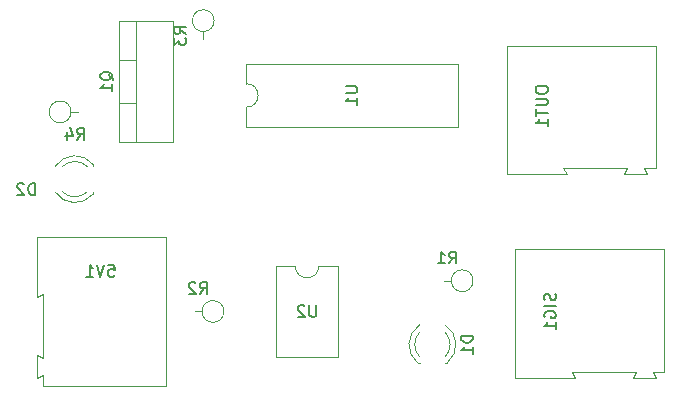
<source format=gbr>
%TF.GenerationSoftware,KiCad,Pcbnew,6.0.7+dfsg-1+b1*%
%TF.CreationDate,2022-12-02T21:53:12-05:00*%
%TF.ProjectId,control_and_power,636f6e74-726f-46c5-9f61-6e645f706f77,rev?*%
%TF.SameCoordinates,Original*%
%TF.FileFunction,Legend,Bot*%
%TF.FilePolarity,Positive*%
%FSLAX46Y46*%
G04 Gerber Fmt 4.6, Leading zero omitted, Abs format (unit mm)*
G04 Created by KiCad (PCBNEW 6.0.7+dfsg-1+b1) date 2022-12-02 21:53:12*
%MOMM*%
%LPD*%
G01*
G04 APERTURE LIST*
%ADD10C,0.150000*%
%ADD11C,0.120000*%
G04 APERTURE END LIST*
D10*
%TO.C,D2*%
X122963095Y-96852380D02*
X122963095Y-95852380D01*
X122725000Y-95852380D01*
X122582142Y-95900000D01*
X122486904Y-95995238D01*
X122439285Y-96090476D01*
X122391666Y-96280952D01*
X122391666Y-96423809D01*
X122439285Y-96614285D01*
X122486904Y-96709523D01*
X122582142Y-96804761D01*
X122725000Y-96852380D01*
X122963095Y-96852380D01*
X122010714Y-95947619D02*
X121963095Y-95900000D01*
X121867857Y-95852380D01*
X121629761Y-95852380D01*
X121534523Y-95900000D01*
X121486904Y-95947619D01*
X121439285Y-96042857D01*
X121439285Y-96138095D01*
X121486904Y-96280952D01*
X122058333Y-96852380D01*
X121439285Y-96852380D01*
%TO.C,Q1*%
X129577619Y-87144761D02*
X129530000Y-87049523D01*
X129434761Y-86954285D01*
X129291904Y-86811428D01*
X129244285Y-86716190D01*
X129244285Y-86620952D01*
X129482380Y-86668571D02*
X129434761Y-86573333D01*
X129339523Y-86478095D01*
X129149047Y-86430476D01*
X128815714Y-86430476D01*
X128625238Y-86478095D01*
X128530000Y-86573333D01*
X128482380Y-86668571D01*
X128482380Y-86859047D01*
X128530000Y-86954285D01*
X128625238Y-87049523D01*
X128815714Y-87097142D01*
X129149047Y-87097142D01*
X129339523Y-87049523D01*
X129434761Y-86954285D01*
X129482380Y-86859047D01*
X129482380Y-86668571D01*
X129482380Y-88049523D02*
X129482380Y-87478095D01*
X129482380Y-87763809D02*
X128482380Y-87763809D01*
X128625238Y-87668571D01*
X128720476Y-87573333D01*
X128768095Y-87478095D01*
%TO.C,U2*%
X146761904Y-106152380D02*
X146761904Y-106961904D01*
X146714285Y-107057142D01*
X146666666Y-107104761D01*
X146571428Y-107152380D01*
X146380952Y-107152380D01*
X146285714Y-107104761D01*
X146238095Y-107057142D01*
X146190476Y-106961904D01*
X146190476Y-106152380D01*
X145761904Y-106247619D02*
X145714285Y-106200000D01*
X145619047Y-106152380D01*
X145380952Y-106152380D01*
X145285714Y-106200000D01*
X145238095Y-106247619D01*
X145190476Y-106342857D01*
X145190476Y-106438095D01*
X145238095Y-106580952D01*
X145809523Y-107152380D01*
X145190476Y-107152380D01*
%TO.C,D1*%
X160012380Y-108766904D02*
X159012380Y-108766904D01*
X159012380Y-109005000D01*
X159060000Y-109147857D01*
X159155238Y-109243095D01*
X159250476Y-109290714D01*
X159440952Y-109338333D01*
X159583809Y-109338333D01*
X159774285Y-109290714D01*
X159869523Y-109243095D01*
X159964761Y-109147857D01*
X160012380Y-109005000D01*
X160012380Y-108766904D01*
X160012380Y-110290714D02*
X160012380Y-109719285D01*
X160012380Y-110005000D02*
X159012380Y-110005000D01*
X159155238Y-109909761D01*
X159250476Y-109814523D01*
X159298095Y-109719285D01*
%TO.C,R4*%
X126516666Y-92172380D02*
X126850000Y-91696190D01*
X127088095Y-92172380D02*
X127088095Y-91172380D01*
X126707142Y-91172380D01*
X126611904Y-91220000D01*
X126564285Y-91267619D01*
X126516666Y-91362857D01*
X126516666Y-91505714D01*
X126564285Y-91600952D01*
X126611904Y-91648571D01*
X126707142Y-91696190D01*
X127088095Y-91696190D01*
X125659523Y-91505714D02*
X125659523Y-92172380D01*
X125897619Y-91124761D02*
X126135714Y-91839047D01*
X125516666Y-91839047D01*
%TO.C,R2*%
X136916666Y-105232380D02*
X137250000Y-104756190D01*
X137488095Y-105232380D02*
X137488095Y-104232380D01*
X137107142Y-104232380D01*
X137011904Y-104280000D01*
X136964285Y-104327619D01*
X136916666Y-104422857D01*
X136916666Y-104565714D01*
X136964285Y-104660952D01*
X137011904Y-104708571D01*
X137107142Y-104756190D01*
X137488095Y-104756190D01*
X136535714Y-104327619D02*
X136488095Y-104280000D01*
X136392857Y-104232380D01*
X136154761Y-104232380D01*
X136059523Y-104280000D01*
X136011904Y-104327619D01*
X135964285Y-104422857D01*
X135964285Y-104518095D01*
X136011904Y-104660952D01*
X136583333Y-105232380D01*
X135964285Y-105232380D01*
%TO.C,R3*%
X135732380Y-83183333D02*
X135256190Y-82850000D01*
X135732380Y-82611904D02*
X134732380Y-82611904D01*
X134732380Y-82992857D01*
X134780000Y-83088095D01*
X134827619Y-83135714D01*
X134922857Y-83183333D01*
X135065714Y-83183333D01*
X135160952Y-83135714D01*
X135208571Y-83088095D01*
X135256190Y-82992857D01*
X135256190Y-82611904D01*
X134732380Y-83516666D02*
X134732380Y-84135714D01*
X135113333Y-83802380D01*
X135113333Y-83945238D01*
X135160952Y-84040476D01*
X135208571Y-84088095D01*
X135303809Y-84135714D01*
X135541904Y-84135714D01*
X135637142Y-84088095D01*
X135684761Y-84040476D01*
X135732380Y-83945238D01*
X135732380Y-83659523D01*
X135684761Y-83564285D01*
X135637142Y-83516666D01*
%TO.C,SIG1*%
X167004761Y-105200000D02*
X167052380Y-105342857D01*
X167052380Y-105580952D01*
X167004761Y-105676190D01*
X166957142Y-105723809D01*
X166861904Y-105771428D01*
X166766666Y-105771428D01*
X166671428Y-105723809D01*
X166623809Y-105676190D01*
X166576190Y-105580952D01*
X166528571Y-105390476D01*
X166480952Y-105295238D01*
X166433333Y-105247619D01*
X166338095Y-105200000D01*
X166242857Y-105200000D01*
X166147619Y-105247619D01*
X166100000Y-105295238D01*
X166052380Y-105390476D01*
X166052380Y-105628571D01*
X166100000Y-105771428D01*
X167052380Y-106200000D02*
X166052380Y-106200000D01*
X166100000Y-107200000D02*
X166052380Y-107104761D01*
X166052380Y-106961904D01*
X166100000Y-106819047D01*
X166195238Y-106723809D01*
X166290476Y-106676190D01*
X166480952Y-106628571D01*
X166623809Y-106628571D01*
X166814285Y-106676190D01*
X166909523Y-106723809D01*
X167004761Y-106819047D01*
X167052380Y-106961904D01*
X167052380Y-107057142D01*
X167004761Y-107200000D01*
X166957142Y-107247619D01*
X166623809Y-107247619D01*
X166623809Y-107057142D01*
X167052380Y-108200000D02*
X167052380Y-107628571D01*
X167052380Y-107914285D02*
X166052380Y-107914285D01*
X166195238Y-107819047D01*
X166290476Y-107723809D01*
X166338095Y-107628571D01*
%TO.C,OUT1*%
X165352380Y-87823809D02*
X165352380Y-88014285D01*
X165400000Y-88109523D01*
X165495238Y-88204761D01*
X165685714Y-88252380D01*
X166019047Y-88252380D01*
X166209523Y-88204761D01*
X166304761Y-88109523D01*
X166352380Y-88014285D01*
X166352380Y-87823809D01*
X166304761Y-87728571D01*
X166209523Y-87633333D01*
X166019047Y-87585714D01*
X165685714Y-87585714D01*
X165495238Y-87633333D01*
X165400000Y-87728571D01*
X165352380Y-87823809D01*
X165352380Y-88680952D02*
X166161904Y-88680952D01*
X166257142Y-88728571D01*
X166304761Y-88776190D01*
X166352380Y-88871428D01*
X166352380Y-89061904D01*
X166304761Y-89157142D01*
X166257142Y-89204761D01*
X166161904Y-89252380D01*
X165352380Y-89252380D01*
X165352380Y-89585714D02*
X165352380Y-90157142D01*
X166352380Y-89871428D02*
X165352380Y-89871428D01*
X166352380Y-91014285D02*
X166352380Y-90442857D01*
X166352380Y-90728571D02*
X165352380Y-90728571D01*
X165495238Y-90633333D01*
X165590476Y-90538095D01*
X165638095Y-90442857D01*
%TO.C,5V1*%
X129166666Y-102752380D02*
X129642857Y-102752380D01*
X129690476Y-103228571D01*
X129642857Y-103180952D01*
X129547619Y-103133333D01*
X129309523Y-103133333D01*
X129214285Y-103180952D01*
X129166666Y-103228571D01*
X129119047Y-103323809D01*
X129119047Y-103561904D01*
X129166666Y-103657142D01*
X129214285Y-103704761D01*
X129309523Y-103752380D01*
X129547619Y-103752380D01*
X129642857Y-103704761D01*
X129690476Y-103657142D01*
X128833333Y-102752380D02*
X128500000Y-103752380D01*
X128166666Y-102752380D01*
X127309523Y-103752380D02*
X127880952Y-103752380D01*
X127595238Y-103752380D02*
X127595238Y-102752380D01*
X127690476Y-102895238D01*
X127785714Y-102990476D01*
X127880952Y-103038095D01*
%TO.C,R1*%
X158016666Y-102632380D02*
X158350000Y-102156190D01*
X158588095Y-102632380D02*
X158588095Y-101632380D01*
X158207142Y-101632380D01*
X158111904Y-101680000D01*
X158064285Y-101727619D01*
X158016666Y-101822857D01*
X158016666Y-101965714D01*
X158064285Y-102060952D01*
X158111904Y-102108571D01*
X158207142Y-102156190D01*
X158588095Y-102156190D01*
X157064285Y-102632380D02*
X157635714Y-102632380D01*
X157350000Y-102632380D02*
X157350000Y-101632380D01*
X157445238Y-101775238D01*
X157540476Y-101870476D01*
X157635714Y-101918095D01*
%TO.C,U1*%
X149252380Y-87638095D02*
X150061904Y-87638095D01*
X150157142Y-87685714D01*
X150204761Y-87733333D01*
X150252380Y-87828571D01*
X150252380Y-88019047D01*
X150204761Y-88114285D01*
X150157142Y-88161904D01*
X150061904Y-88209523D01*
X149252380Y-88209523D01*
X150252380Y-89209523D02*
X150252380Y-88638095D01*
X150252380Y-88923809D02*
X149252380Y-88923809D01*
X149395238Y-88828571D01*
X149490476Y-88733333D01*
X149538095Y-88638095D01*
D11*
%TO.C,D2*%
X127890000Y-94264484D02*
G75*
G03*
X124657665Y-94421392I-1560000J-1235516D01*
G01*
X127370961Y-94420000D02*
G75*
G03*
X125288870Y-94420163I-1040961J-1080000D01*
G01*
X124657665Y-96578608D02*
G75*
G03*
X127890000Y-96735516I1672335J1078608D01*
G01*
X125288870Y-96579837D02*
G75*
G03*
X127370961Y-96580000I1041130J1079837D01*
G01*
X127890000Y-96580000D02*
X127890000Y-96736000D01*
X127890000Y-94264000D02*
X127890000Y-94420000D01*
%TO.C,Q1*%
X130030000Y-82120000D02*
X130030000Y-92360000D01*
X130030000Y-92360000D02*
X134671000Y-92360000D01*
X130030000Y-85390000D02*
X131540000Y-85390000D01*
X134671000Y-82120000D02*
X134671000Y-92360000D01*
X130030000Y-82120000D02*
X134671000Y-82120000D01*
X130030000Y-89091000D02*
X131540000Y-89091000D01*
X131540000Y-82120000D02*
X131540000Y-92360000D01*
%TO.C,U2*%
X144990000Y-102845000D02*
G75*
G03*
X146990000Y-102845000I1000000J0D01*
G01*
X143340000Y-102845000D02*
X144990000Y-102845000D01*
X146990000Y-102845000D02*
X148640000Y-102845000D01*
X143340000Y-110585000D02*
X143340000Y-102845000D01*
X148640000Y-110585000D02*
X143340000Y-110585000D01*
X148640000Y-102845000D02*
X148640000Y-110585000D01*
%TO.C,D1*%
X155520163Y-108463870D02*
G75*
G03*
X155520000Y-110545961I1079837J-1041130D01*
G01*
X157835516Y-111065000D02*
G75*
G03*
X157678608Y-107832665I-1235516J1560000D01*
G01*
X155521392Y-107832665D02*
G75*
G03*
X155364484Y-111065000I1078608J-1672335D01*
G01*
X157680000Y-110545961D02*
G75*
G03*
X157679837Y-108463870I-1080000J1040961D01*
G01*
X155520000Y-111065000D02*
X155364000Y-111065000D01*
X157836000Y-111065000D02*
X157680000Y-111065000D01*
%TO.C,R4*%
X126000000Y-89800000D02*
G75*
G03*
X126000000Y-89800000I-920000J0D01*
G01*
X126000000Y-89800000D02*
X126620000Y-89800000D01*
%TO.C,R2*%
X138940000Y-106700000D02*
G75*
G03*
X138940000Y-106700000I-920000J0D01*
G01*
X137100000Y-106700000D02*
X136480000Y-106700000D01*
%TO.C,R3*%
X138120000Y-82080000D02*
G75*
G03*
X138120000Y-82080000I-920000J0D01*
G01*
X137200000Y-83000000D02*
X137200000Y-83620000D01*
%TO.C,SIG1*%
X173550000Y-112300000D02*
X173800000Y-111800000D01*
X168700000Y-112300000D02*
X163600000Y-112300000D01*
X176200000Y-101450000D02*
X176200000Y-111800000D01*
X163600000Y-112300000D02*
X163600000Y-101450000D01*
X173600000Y-112300000D02*
X173550000Y-112300000D01*
X175250000Y-111800000D02*
X175500000Y-112300000D01*
X176200000Y-111800000D02*
X175250000Y-111800000D01*
X168400000Y-111800000D02*
X168700000Y-112300000D01*
X163600000Y-101450000D02*
X176200000Y-101450000D01*
X173800000Y-111800000D02*
X168400000Y-111800000D01*
X175500000Y-112300000D02*
X173600000Y-112300000D01*
%TO.C,OUT1*%
X172900000Y-95035000D02*
X172850000Y-95035000D01*
X175500000Y-94535000D02*
X174550000Y-94535000D01*
X174550000Y-94535000D02*
X174800000Y-95035000D01*
X168000000Y-95035000D02*
X162900000Y-95035000D01*
X162900000Y-84185000D02*
X175500000Y-84185000D01*
X173100000Y-94535000D02*
X167700000Y-94535000D01*
X167700000Y-94535000D02*
X168000000Y-95035000D01*
X174800000Y-95035000D02*
X172900000Y-95035000D01*
X162900000Y-95035000D02*
X162900000Y-84185000D01*
X172850000Y-95035000D02*
X173100000Y-94535000D01*
X175500000Y-84185000D02*
X175500000Y-94535000D01*
%TO.C,5V1*%
X123165000Y-112300000D02*
X123165000Y-110400000D01*
X123665000Y-110600000D02*
X123665000Y-105200000D01*
X123165000Y-100400000D02*
X134015000Y-100400000D01*
X134015000Y-113000000D02*
X123665000Y-113000000D01*
X123665000Y-105200000D02*
X123165000Y-105500000D01*
X123665000Y-112050000D02*
X123165000Y-112300000D01*
X123665000Y-113000000D02*
X123665000Y-112050000D01*
X123165000Y-110400000D02*
X123165000Y-110350000D01*
X134015000Y-100400000D02*
X134015000Y-113000000D01*
X123165000Y-105500000D02*
X123165000Y-100400000D01*
X123165000Y-110350000D02*
X123665000Y-110600000D01*
%TO.C,R1*%
X160040000Y-104100000D02*
G75*
G03*
X160040000Y-104100000I-920000J0D01*
G01*
X158200000Y-104100000D02*
X157580000Y-104100000D01*
%TO.C,U1*%
X140845000Y-89410000D02*
G75*
G03*
X140845000Y-87410000I0J1000000D01*
G01*
X140845000Y-91060000D02*
X140845000Y-89410000D01*
X158745000Y-85760000D02*
X158745000Y-91060000D01*
X140845000Y-85760000D02*
X158745000Y-85760000D01*
X140845000Y-87410000D02*
X140845000Y-85760000D01*
X158745000Y-91060000D02*
X140845000Y-91060000D01*
%TD*%
M02*

</source>
